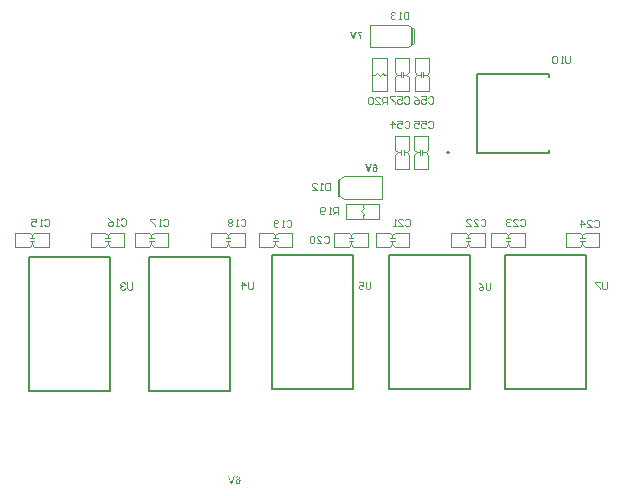
<source format=gbr>
%TF.GenerationSoftware,Altium Limited,Altium Designer,22.5.1 (42)*%
G04 Layer_Color=32896*
%FSLAX44Y44*%
%MOMM*%
%TF.SameCoordinates,89E13746-3D4A-4BC1-B2AC-D00D571BF165*%
%TF.FilePolarity,Positive*%
%TF.FileFunction,Legend,Bot*%
%TF.Part,Single*%
G01*
G75*
%TA.AperFunction,NonConductor*%
%ADD60C,0.2000*%
%ADD61C,0.1000*%
%ADD62C,0.1270*%
%ADD63C,0.1500*%
G36*
X3364Y180500D02*
X1969D01*
X-313Y186908D01*
X1072D01*
X2632Y182168D01*
X4261Y186908D01*
X5656D01*
X3364Y180500D01*
D02*
G37*
G36*
X10250Y185669D02*
X7470D01*
X7773Y185250D01*
X8046Y184821D01*
X8280Y184401D01*
X8387Y184206D01*
X8475Y184021D01*
X8563Y183846D01*
X8641Y183689D01*
X8699Y183543D01*
X8748Y183426D01*
X8787Y183328D01*
X8826Y183251D01*
X8836Y183211D01*
X8845Y183192D01*
X8933Y182938D01*
X9021Y182685D01*
X9089Y182431D01*
X9148Y182187D01*
X9197Y181963D01*
X9245Y181739D01*
X9284Y181524D01*
X9314Y181329D01*
X9333Y181154D01*
X9353Y180988D01*
X9372Y180851D01*
X9382Y180724D01*
Y180627D01*
X9392Y180558D01*
Y180520D01*
Y180500D01*
X8212D01*
X8202Y180822D01*
X8173Y181154D01*
X8134Y181475D01*
X8104Y181622D01*
X8075Y181768D01*
X8055Y181905D01*
X8026Y182031D01*
X8007Y182139D01*
X7977Y182236D01*
X7968Y182304D01*
X7948Y182363D01*
X7938Y182402D01*
Y182412D01*
X7821Y182812D01*
X7695Y183192D01*
X7626Y183368D01*
X7558Y183533D01*
X7490Y183689D01*
X7422Y183836D01*
X7363Y183972D01*
X7304Y184089D01*
X7256Y184197D01*
X7207Y184284D01*
X7168Y184353D01*
X7139Y184411D01*
X7129Y184440D01*
X7119Y184450D01*
X7022Y184626D01*
X6914Y184792D01*
X6817Y184938D01*
X6729Y185084D01*
X6631Y185211D01*
X6544Y185338D01*
X6466Y185445D01*
X6388Y185543D01*
X6319Y185630D01*
X6251Y185708D01*
X6192Y185777D01*
X6144Y185826D01*
X6105Y185865D01*
X6076Y185903D01*
X6066Y185913D01*
X6056Y185923D01*
Y186811D01*
X10250D01*
Y185669D01*
D02*
G37*
G36*
X20854Y74535D02*
X21040Y74515D01*
X21205Y74476D01*
X21371Y74428D01*
X21518Y74359D01*
X21654Y74301D01*
X21781Y74223D01*
X21898Y74155D01*
X22005Y74086D01*
X22093Y74008D01*
X22171Y73950D01*
X22239Y73891D01*
X22288Y73833D01*
X22327Y73794D01*
X22346Y73774D01*
X22356Y73764D01*
X22473Y73608D01*
X22571Y73433D01*
X22659Y73238D01*
X22727Y73043D01*
X22795Y72828D01*
X22844Y72613D01*
X22922Y72204D01*
X22942Y71999D01*
X22961Y71823D01*
X22980Y71648D01*
X22990Y71511D01*
X23000Y71385D01*
Y71297D01*
Y71238D01*
Y71228D01*
Y71219D01*
X22990Y70907D01*
X22971Y70624D01*
X22942Y70351D01*
X22903Y70107D01*
X22854Y69882D01*
X22805Y69687D01*
X22746Y69502D01*
X22688Y69346D01*
X22639Y69200D01*
X22581Y69083D01*
X22532Y68975D01*
X22483Y68897D01*
X22444Y68829D01*
X22415Y68790D01*
X22395Y68761D01*
X22385Y68751D01*
X22269Y68615D01*
X22142Y68507D01*
X22005Y68400D01*
X21869Y68322D01*
X21742Y68244D01*
X21605Y68185D01*
X21478Y68137D01*
X21352Y68098D01*
X21235Y68059D01*
X21127Y68039D01*
X21030Y68019D01*
X20952Y68010D01*
X20884D01*
X20825Y68000D01*
X20786D01*
X20620Y68010D01*
X20464Y68029D01*
X20318Y68059D01*
X20181Y68088D01*
X20045Y68137D01*
X19928Y68185D01*
X19811Y68234D01*
X19713Y68293D01*
X19625Y68351D01*
X19538Y68400D01*
X19469Y68449D01*
X19420Y68497D01*
X19372Y68527D01*
X19342Y68556D01*
X19323Y68576D01*
X19313Y68585D01*
X19206Y68702D01*
X19118Y68829D01*
X19040Y68956D01*
X18972Y69083D01*
X18913Y69219D01*
X18874Y69346D01*
X18796Y69600D01*
X18777Y69717D01*
X18757Y69824D01*
X18747Y69921D01*
X18738Y69999D01*
X18728Y70068D01*
Y70126D01*
Y70156D01*
Y70165D01*
X18738Y70331D01*
X18747Y70497D01*
X18777Y70653D01*
X18816Y70789D01*
X18855Y70926D01*
X18903Y71053D01*
X18952Y71170D01*
X19001Y71267D01*
X19060Y71365D01*
X19108Y71443D01*
X19157Y71511D01*
X19196Y71570D01*
X19235Y71619D01*
X19264Y71648D01*
X19274Y71667D01*
X19284Y71677D01*
X19391Y71784D01*
X19498Y71872D01*
X19606Y71950D01*
X19723Y72018D01*
X19830Y72077D01*
X19937Y72126D01*
X20142Y72194D01*
X20318Y72243D01*
X20396Y72253D01*
X20464Y72262D01*
X20513Y72272D01*
X20591D01*
X20718Y72262D01*
X20835Y72253D01*
X21059Y72184D01*
X21254Y72097D01*
X21420Y71999D01*
X21547Y71901D01*
X21654Y71814D01*
X21683Y71775D01*
X21713Y71745D01*
X21722Y71736D01*
X21732Y71726D01*
X21713Y71921D01*
X21693Y72106D01*
X21674Y72272D01*
X21654Y72418D01*
X21625Y72555D01*
X21595Y72672D01*
X21566Y72779D01*
X21537Y72867D01*
X21518Y72945D01*
X21488Y73013D01*
X21459Y73062D01*
X21439Y73111D01*
X21430Y73140D01*
X21410Y73160D01*
X21400Y73179D01*
X21293Y73296D01*
X21186Y73384D01*
X21069Y73443D01*
X20961Y73491D01*
X20874Y73511D01*
X20805Y73520D01*
X20757Y73530D01*
X20737D01*
X20630Y73520D01*
X20542Y73501D01*
X20464Y73472D01*
X20396Y73443D01*
X20337Y73413D01*
X20298Y73384D01*
X20279Y73365D01*
X20269Y73355D01*
X20201Y73286D01*
X20152Y73199D01*
X20113Y73111D01*
X20084Y73023D01*
X20064Y72945D01*
X20045Y72877D01*
X20035Y72838D01*
Y72818D01*
X18845Y72945D01*
X18913Y73218D01*
X19001Y73462D01*
X19099Y73667D01*
X19206Y73833D01*
X19303Y73969D01*
X19381Y74057D01*
X19440Y74116D01*
X19450Y74135D01*
X19459D01*
X19645Y74272D01*
X19850Y74369D01*
X20054Y74447D01*
X20240Y74496D01*
X20415Y74525D01*
X20484Y74535D01*
X20542D01*
X20601Y74545D01*
X20669D01*
X20854Y74535D01*
D02*
G37*
G36*
X16114Y68117D02*
X14719D01*
X12437Y74525D01*
X13822D01*
X15382Y69785D01*
X17011Y74525D01*
X18406D01*
X16114Y68117D01*
D02*
G37*
G36*
X-95117Y-189715D02*
X-94941Y-189735D01*
X-94775Y-189774D01*
X-94619Y-189822D01*
X-94473Y-189881D01*
X-94346Y-189939D01*
X-94219Y-190008D01*
X-94112Y-190076D01*
X-94014Y-190144D01*
X-93927Y-190212D01*
X-93858Y-190271D01*
X-93790Y-190330D01*
X-93741Y-190378D01*
X-93712Y-190417D01*
X-93693Y-190437D01*
X-93683Y-190447D01*
X-93566Y-190612D01*
X-93458Y-190807D01*
X-93371Y-191003D01*
X-93293Y-191227D01*
X-93224Y-191441D01*
X-93166Y-191666D01*
X-93117Y-191890D01*
X-93088Y-192115D01*
X-93059Y-192319D01*
X-93039Y-192514D01*
X-93020Y-192690D01*
X-93010Y-192846D01*
X-93000Y-192973D01*
Y-193070D01*
Y-193100D01*
Y-193129D01*
Y-193139D01*
Y-193148D01*
X-93010Y-193451D01*
X-93029Y-193724D01*
X-93059Y-193987D01*
X-93097Y-194221D01*
X-93146Y-194436D01*
X-93195Y-194631D01*
X-93254Y-194806D01*
X-93312Y-194963D01*
X-93361Y-195099D01*
X-93419Y-195216D01*
X-93468Y-195314D01*
X-93517Y-195392D01*
X-93556Y-195450D01*
X-93585Y-195489D01*
X-93605Y-195518D01*
X-93615Y-195528D01*
X-93731Y-195655D01*
X-93858Y-195762D01*
X-93995Y-195860D01*
X-94131Y-195948D01*
X-94268Y-196016D01*
X-94395Y-196074D01*
X-94531Y-196123D01*
X-94658Y-196162D01*
X-94775Y-196192D01*
X-94882Y-196211D01*
X-94980Y-196231D01*
X-95058Y-196240D01*
X-95126D01*
X-95185Y-196250D01*
X-95224D01*
X-95429Y-196240D01*
X-95624Y-196211D01*
X-95799Y-196162D01*
X-95955Y-196113D01*
X-96072Y-196065D01*
X-96170Y-196016D01*
X-96228Y-195987D01*
X-96248Y-195977D01*
X-96414Y-195860D01*
X-96550Y-195733D01*
X-96677Y-195606D01*
X-96784Y-195480D01*
X-96862Y-195362D01*
X-96921Y-195275D01*
X-96940Y-195236D01*
X-96960Y-195206D01*
X-96970Y-195197D01*
Y-195187D01*
X-97058Y-194992D01*
X-97126Y-194797D01*
X-97165Y-194602D01*
X-97204Y-194436D01*
X-97223Y-194280D01*
Y-194221D01*
X-97233Y-194163D01*
Y-194124D01*
Y-194095D01*
Y-194075D01*
Y-194065D01*
X-97223Y-193899D01*
X-97213Y-193734D01*
X-97184Y-193587D01*
X-97145Y-193441D01*
X-97106Y-193314D01*
X-97058Y-193187D01*
X-97009Y-193080D01*
X-96960Y-192973D01*
X-96901Y-192885D01*
X-96853Y-192807D01*
X-96804Y-192739D01*
X-96765Y-192680D01*
X-96726Y-192631D01*
X-96697Y-192602D01*
X-96687Y-192583D01*
X-96677Y-192573D01*
X-96570Y-192466D01*
X-96462Y-192378D01*
X-96346Y-192300D01*
X-96228Y-192232D01*
X-96121Y-192173D01*
X-96004Y-192134D01*
X-95799Y-192056D01*
X-95614Y-192017D01*
X-95536Y-192007D01*
X-95468Y-191997D01*
X-95409Y-191988D01*
X-95331D01*
X-95165Y-191997D01*
X-95009Y-192017D01*
X-94863Y-192056D01*
X-94736Y-192095D01*
X-94629Y-192134D01*
X-94541Y-192173D01*
X-94492Y-192192D01*
X-94473Y-192202D01*
X-94326Y-192290D01*
X-94190Y-192388D01*
X-94073Y-192495D01*
X-93975Y-192602D01*
X-93888Y-192700D01*
X-93829Y-192778D01*
X-93790Y-192826D01*
X-93780Y-192836D01*
Y-192670D01*
X-93790Y-192505D01*
X-93800Y-192349D01*
X-93809Y-192202D01*
X-93829Y-192076D01*
X-93849Y-191949D01*
X-93868Y-191841D01*
X-93888Y-191744D01*
X-93907Y-191656D01*
X-93927Y-191578D01*
X-93946Y-191510D01*
X-93966Y-191461D01*
X-93975Y-191422D01*
X-93985Y-191383D01*
X-93995Y-191373D01*
Y-191363D01*
X-94083Y-191178D01*
X-94180Y-191012D01*
X-94278Y-190876D01*
X-94375Y-190769D01*
X-94453Y-190681D01*
X-94522Y-190612D01*
X-94561Y-190573D01*
X-94580Y-190564D01*
X-94697Y-190495D01*
X-94804Y-190437D01*
X-94922Y-190398D01*
X-95029Y-190378D01*
X-95117Y-190359D01*
X-95185Y-190349D01*
X-95253D01*
X-95419Y-190359D01*
X-95575Y-190398D01*
X-95711Y-190456D01*
X-95829Y-190515D01*
X-95916Y-190583D01*
X-95985Y-190632D01*
X-96033Y-190671D01*
X-96043Y-190690D01*
X-96111Y-190778D01*
X-96170Y-190876D01*
X-96267Y-191100D01*
X-96297Y-191198D01*
X-96326Y-191276D01*
X-96346Y-191334D01*
Y-191344D01*
Y-191354D01*
X-97126Y-191295D01*
X-97077Y-191032D01*
X-96989Y-190798D01*
X-96901Y-190603D01*
X-96794Y-190437D01*
X-96697Y-190310D01*
X-96619Y-190212D01*
X-96560Y-190154D01*
X-96550Y-190135D01*
X-96540D01*
X-96443Y-190056D01*
X-96346Y-189988D01*
X-96141Y-189891D01*
X-95936Y-189813D01*
X-95741Y-189754D01*
X-95565Y-189725D01*
X-95487Y-189715D01*
X-95429D01*
X-95370Y-189705D01*
X-95302D01*
X-95117Y-189715D01*
D02*
G37*
G36*
X-100159Y-196143D02*
X-101027D01*
X-103534Y-189735D01*
X-102676D01*
X-100939Y-194387D01*
X-100871Y-194582D01*
X-100803Y-194777D01*
X-100744Y-194953D01*
X-100696Y-195109D01*
X-100657Y-195245D01*
X-100627Y-195353D01*
X-100618Y-195392D01*
X-100608Y-195421D01*
X-100598Y-195431D01*
Y-195441D01*
X-100491Y-195070D01*
X-100432Y-194894D01*
X-100374Y-194728D01*
X-100325Y-194592D01*
X-100296Y-194485D01*
X-100276Y-194446D01*
X-100266Y-194416D01*
X-100257Y-194397D01*
Y-194387D01*
X-98599Y-189735D01*
X-97672D01*
X-100159Y-196143D01*
D02*
G37*
%LPC*%
G36*
X20845Y71365D02*
X20786D01*
X20659Y71355D01*
X20542Y71316D01*
X20435Y71277D01*
X20347Y71219D01*
X20279Y71170D01*
X20220Y71121D01*
X20191Y71082D01*
X20181Y71072D01*
X20093Y70946D01*
X20035Y70809D01*
X19986Y70653D01*
X19957Y70507D01*
X19937Y70370D01*
X19928Y70263D01*
Y70214D01*
Y70185D01*
Y70165D01*
Y70156D01*
X19937Y69941D01*
X19967Y69756D01*
X20006Y69609D01*
X20045Y69482D01*
X20084Y69395D01*
X20123Y69327D01*
X20152Y69288D01*
X20162Y69278D01*
X20250Y69190D01*
X20347Y69122D01*
X20435Y69083D01*
X20532Y69044D01*
X20610Y69024D01*
X20669Y69014D01*
X20727D01*
X20854Y69024D01*
X20971Y69063D01*
X21079Y69112D01*
X21166Y69180D01*
X21244Y69239D01*
X21303Y69288D01*
X21342Y69327D01*
X21352Y69336D01*
X21439Y69473D01*
X21508Y69619D01*
X21556Y69775D01*
X21586Y69921D01*
X21605Y70058D01*
X21625Y70165D01*
Y70204D01*
Y70234D01*
Y70253D01*
Y70263D01*
X21615Y70458D01*
X21586Y70624D01*
X21547Y70760D01*
X21498Y70877D01*
X21459Y70965D01*
X21420Y71033D01*
X21391Y71072D01*
X21381Y71082D01*
X21283Y71180D01*
X21186Y71248D01*
X21088Y71297D01*
X20991Y71326D01*
X20913Y71355D01*
X20845Y71365D01*
D02*
G37*
G36*
X-95126Y-192680D02*
X-95175D01*
X-95370Y-192700D01*
X-95546Y-192739D01*
X-95702Y-192807D01*
X-95829Y-192875D01*
X-95936Y-192943D01*
X-96014Y-193012D01*
X-96053Y-193051D01*
X-96072Y-193070D01*
X-96189Y-193226D01*
X-96277Y-193392D01*
X-96336Y-193568D01*
X-96384Y-193734D01*
X-96404Y-193880D01*
X-96414Y-193948D01*
Y-194007D01*
X-96424Y-194046D01*
Y-194085D01*
Y-194104D01*
Y-194114D01*
X-96404Y-194358D01*
X-96365Y-194572D01*
X-96306Y-194767D01*
X-96248Y-194923D01*
X-96180Y-195041D01*
X-96121Y-195128D01*
X-96082Y-195187D01*
X-96063Y-195206D01*
X-95926Y-195343D01*
X-95780Y-195441D01*
X-95633Y-195509D01*
X-95507Y-195557D01*
X-95380Y-195587D01*
X-95292Y-195597D01*
X-95253Y-195606D01*
X-95204D01*
X-95077Y-195597D01*
X-94960Y-195577D01*
X-94843Y-195548D01*
X-94746Y-195509D01*
X-94668Y-195480D01*
X-94609Y-195450D01*
X-94561Y-195431D01*
X-94551Y-195421D01*
X-94444Y-195343D01*
X-94346Y-195245D01*
X-94268Y-195158D01*
X-94200Y-195060D01*
X-94141Y-194982D01*
X-94102Y-194914D01*
X-94083Y-194875D01*
X-94073Y-194855D01*
X-94014Y-194709D01*
X-93975Y-194572D01*
X-93946Y-194446D01*
X-93927Y-194319D01*
X-93917Y-194221D01*
X-93907Y-194143D01*
Y-194095D01*
Y-194075D01*
X-93927Y-193851D01*
X-93966Y-193655D01*
X-94024Y-193480D01*
X-94092Y-193334D01*
X-94161Y-193226D01*
X-94219Y-193139D01*
X-94258Y-193090D01*
X-94278Y-193070D01*
X-94424Y-192943D01*
X-94570Y-192846D01*
X-94726Y-192778D01*
X-94863Y-192729D01*
X-94990Y-192700D01*
X-95087Y-192690D01*
X-95126Y-192680D01*
D02*
G37*
%LPD*%
D60*
X83900Y84550D02*
G03*
X83900Y84550I-1000J0D01*
G01*
X-203500Y-117500D02*
Y-4250D01*
X-272500D02*
X-203500D01*
X-272500Y-117500D02*
Y-4250D01*
X-220938Y-117500D02*
X-203500D01*
X-272500D02*
X-220938D01*
X-101500Y-117500D02*
Y-4250D01*
X-170500D02*
X-101500D01*
X-170500Y-117500D02*
Y-4250D01*
X-118938Y-117500D02*
X-101500D01*
X-170500D02*
X-118938D01*
X-66760Y-115395D02*
X-15197D01*
X2240D01*
X-66760D02*
Y-2145D01*
X2240D01*
Y-115395D02*
Y-2145D01*
X101500Y-115500D02*
Y-2250D01*
X32500D02*
X101500D01*
X32500Y-115500D02*
Y-2250D01*
X84062Y-115500D02*
X101500D01*
X32500D02*
X84062D01*
X199500D02*
Y-2250D01*
X130500D02*
X199500D01*
X130500Y-115500D02*
Y-2250D01*
X182063Y-115500D02*
X199500D01*
X130500D02*
X182063D01*
D61*
X61000Y82750D02*
Y86750D01*
X59000Y82750D02*
Y86750D01*
X61000Y84750D02*
X64000D01*
X56000D02*
X59000D01*
X54000Y86750D02*
Y98850D01*
Y86750D02*
X56000Y84750D01*
X54000Y82750D02*
X56000Y84750D01*
X54000Y70650D02*
Y82750D01*
Y70650D02*
X66000D01*
Y82750D01*
X64000Y84750D02*
X66000Y82750D01*
X64000Y84750D02*
X66000Y86750D01*
Y98850D01*
X54000D02*
X66000D01*
X31000Y136500D02*
Y164500D01*
X18500Y136500D02*
X31000D01*
X28560Y150500D02*
X31000D01*
X27290Y151770D02*
X28560Y150500D01*
X24750Y149230D02*
X27290Y151770D01*
X22210D02*
X24750Y149230D01*
X20940Y150500D02*
X22210Y151770D01*
X18500Y150500D02*
X20940D01*
X18500Y136500D02*
Y164500D01*
X31000D01*
X42500Y148500D02*
Y152500D01*
X44500Y148500D02*
Y152500D01*
X39500Y150500D02*
X42500D01*
X44500D02*
X47500D01*
X49500Y136400D02*
Y148500D01*
X47500Y150500D02*
X49500Y148500D01*
X47500Y150500D02*
X49500Y152500D01*
Y164600D01*
X37500D02*
X49500D01*
X37500Y152500D02*
Y164600D01*
Y152500D02*
X39500Y150500D01*
X37500Y148500D02*
X39500Y150500D01*
X37500Y136400D02*
Y148500D01*
Y136400D02*
X49500D01*
X59500Y148500D02*
Y152500D01*
X61500Y148500D02*
Y152500D01*
X56500Y150500D02*
X59500D01*
X61500D02*
X64500D01*
X66500Y136400D02*
Y148500D01*
X64500Y150500D02*
X66500Y148500D01*
X64500Y150500D02*
X66500Y152500D01*
Y164600D01*
X54500D02*
X66500D01*
X54500Y152500D02*
Y164600D01*
Y152500D02*
X56500Y150500D01*
X54500Y148500D02*
X56500Y150500D01*
X54500Y136400D02*
Y148500D01*
Y136400D02*
X66500D01*
X38000Y98850D02*
X50000D01*
Y86750D02*
Y98850D01*
X48000Y84750D02*
X50000Y86750D01*
X48000Y84750D02*
X50000Y82750D01*
Y70650D02*
Y82750D01*
X38000Y70650D02*
X50000D01*
X38000D02*
Y82750D01*
X40000Y84750D01*
X38000Y86750D02*
X40000Y84750D01*
X38000Y86750D02*
Y98850D01*
X40000Y84750D02*
X43000D01*
X45000D02*
X48000D01*
X43000Y82750D02*
Y86750D01*
X45000Y82750D02*
Y86750D01*
X182400Y4750D02*
Y16750D01*
X194500D01*
X196500Y14750D01*
X198500Y16750D01*
X210600D01*
Y4750D02*
Y16750D01*
X198500Y4750D02*
X210600D01*
X196500Y6750D02*
X198500Y4750D01*
X194500D02*
X196500Y6750D01*
X182400Y4750D02*
X194500D01*
X196500Y6750D02*
Y9750D01*
Y11750D02*
Y14750D01*
X194500Y9750D02*
X198500D01*
X194500Y11750D02*
X198500D01*
X131500Y9750D02*
X135500D01*
X131500Y11750D02*
X135500D01*
X133500Y6750D02*
Y9750D01*
Y11750D02*
Y14750D01*
X135500Y16750D02*
X147600D01*
X133500Y14750D02*
X135500Y16750D01*
X131500D02*
X133500Y14750D01*
X119400Y16750D02*
X131500D01*
X119400Y4750D02*
Y16750D01*
Y4750D02*
X131500D01*
X133500Y6750D01*
X135500Y4750D01*
X147600D01*
Y16750D01*
X97500Y11750D02*
X101500D01*
X97500Y9750D02*
X101500D01*
X99500Y11750D02*
Y14750D01*
Y6750D02*
Y9750D01*
X85400Y4750D02*
X97500D01*
X99500Y6750D01*
X101500Y4750D01*
X113600D01*
Y16750D01*
X101500D02*
X113600D01*
X99500Y14750D02*
X101500Y16750D01*
X97500D02*
X99500Y14750D01*
X85400Y16750D02*
X97500D01*
X85400Y4750D02*
Y16750D01*
X33500Y9750D02*
X37500D01*
X33500Y11750D02*
X37500D01*
X35500Y6750D02*
Y9750D01*
Y11750D02*
Y14750D01*
X37500Y16750D02*
X49600D01*
X35500Y14750D02*
X37500Y16750D01*
X33500D02*
X35500Y14750D01*
X21400Y16750D02*
X33500D01*
X21400Y4750D02*
Y16750D01*
Y4750D02*
X33500D01*
X35500Y6750D01*
X37500Y4750D01*
X49600D01*
Y16750D01*
X-1500Y11750D02*
X2500D01*
X-1500Y9750D02*
X2500D01*
X500Y11750D02*
Y14750D01*
Y6750D02*
Y9750D01*
X-13600Y4750D02*
X-1500D01*
X500Y6750D01*
X2500Y4750D01*
X14600D01*
Y16750D01*
X2500D02*
X14600D01*
X500Y14750D02*
X2500Y16750D01*
X-1500D02*
X500Y14750D01*
X-13600Y16750D02*
X-1500D01*
X-13600Y4750D02*
Y16750D01*
X-65500Y9750D02*
X-61500D01*
X-65500Y11750D02*
X-61500D01*
X-63500Y6750D02*
Y9750D01*
Y11750D02*
Y14750D01*
X-61500Y16750D02*
X-49400D01*
X-63500Y14750D02*
X-61500Y16750D01*
X-65500D02*
X-63500Y14750D01*
X-77600Y16750D02*
X-65500D01*
X-77600Y4750D02*
Y16750D01*
Y4750D02*
X-65500D01*
X-63500Y6750D01*
X-61500Y4750D01*
X-49400D01*
Y16750D01*
X-105500Y11750D02*
X-101500D01*
X-105500Y9750D02*
X-101500D01*
X-103500Y11750D02*
Y14750D01*
Y6750D02*
Y9750D01*
X-117600Y4750D02*
X-105500D01*
X-103500Y6750D01*
X-101500Y4750D01*
X-89400D01*
Y16750D01*
X-101500D02*
X-89400D01*
X-103500Y14750D02*
X-101500Y16750D01*
X-105500D02*
X-103500Y14750D01*
X-117600Y16750D02*
X-105500D01*
X-117600Y4750D02*
Y16750D01*
X-170500Y9750D02*
X-166500D01*
X-170500Y11750D02*
X-166500D01*
X-168500Y6750D02*
Y9750D01*
Y11750D02*
Y14750D01*
X-166500Y16750D02*
X-154400D01*
X-168500Y14750D02*
X-166500Y16750D01*
X-170500D02*
X-168500Y14750D01*
X-182600Y16750D02*
X-170500D01*
X-182600Y4750D02*
Y16750D01*
Y4750D02*
X-170500D01*
X-168500Y6750D01*
X-166500Y4750D01*
X-154400D01*
Y16750D01*
X-207500Y11750D02*
X-203500D01*
X-207500Y9750D02*
X-203500D01*
X-205500Y11750D02*
Y14750D01*
Y6750D02*
Y9750D01*
X-219600Y4750D02*
X-207500D01*
X-205500Y6750D01*
X-203500Y4750D01*
X-191400D01*
Y16750D01*
X-203500D02*
X-191400D01*
X-205500Y14750D02*
X-203500Y16750D01*
X-207500D02*
X-205500Y14750D01*
X-219600Y16750D02*
X-207500D01*
X-219600Y4750D02*
Y16750D01*
X-255400Y4750D02*
Y16750D01*
X-267500Y4750D02*
X-255400D01*
X-269500Y6750D02*
X-267500Y4750D01*
X-271500D02*
X-269500Y6750D01*
X-283600Y4750D02*
X-271500D01*
X-283600D02*
Y16750D01*
X-271500D01*
X-269500Y14750D01*
X-267500Y16750D01*
X-255400D01*
X-269500Y11750D02*
Y14750D01*
Y6750D02*
Y9750D01*
X-271500Y11750D02*
X-267500D01*
X-271500Y9750D02*
X-267500D01*
X-3500Y28500D02*
X24500D01*
X-3500D02*
Y41000D01*
X10500Y28500D02*
Y30940D01*
X11770Y32210D01*
X9230Y34750D02*
X11770Y32210D01*
X9230Y34750D02*
X11770Y37290D01*
X10500Y38560D02*
X11770Y37290D01*
X10500Y38560D02*
Y41000D01*
X-3500D02*
X24500D01*
Y28500D02*
Y41000D01*
X-5625Y64250D02*
X26500D01*
Y45250D02*
Y64250D01*
X-10500Y61000D02*
X-5625Y64250D01*
Y45250D02*
X26500D01*
X-10500Y48500D02*
X-5625Y45250D01*
X-10500Y48500D02*
Y61000D01*
X16500Y173750D02*
X48625D01*
X16500D02*
Y192750D01*
X48625Y173750D02*
X53500Y177000D01*
X16500Y192750D02*
X48625D01*
X53500Y189500D01*
Y177000D02*
Y189500D01*
X-184752Y-25501D02*
Y-30499D01*
X-185751Y-31499D01*
X-187751D01*
X-188750Y-30499D01*
Y-25501D01*
X-190750Y-26501D02*
X-191749Y-25501D01*
X-193749D01*
X-194748Y-26501D01*
Y-27500D01*
X-193749Y-28500D01*
X-192749D01*
X-193749D01*
X-194748Y-29500D01*
Y-30499D01*
X-193749Y-31499D01*
X-191749D01*
X-190750Y-30499D01*
X-82752Y-25001D02*
Y-29999D01*
X-83751Y-30999D01*
X-85751D01*
X-86750Y-29999D01*
Y-25001D01*
X-91749Y-30999D02*
Y-25001D01*
X-88750Y-28000D01*
X-92748D01*
X16998Y-25251D02*
Y-30249D01*
X15999Y-31249D01*
X13999D01*
X13000Y-30249D01*
Y-25251D01*
X7002D02*
X11000D01*
Y-28250D01*
X9001Y-27250D01*
X8001D01*
X7002Y-28250D01*
Y-30249D01*
X8001Y-31249D01*
X10001D01*
X11000Y-30249D01*
X118498Y-26001D02*
Y-30999D01*
X117499Y-31999D01*
X115499D01*
X114500Y-30999D01*
Y-26001D01*
X108502D02*
X110501Y-27001D01*
X112500Y-29000D01*
Y-30999D01*
X111501Y-31999D01*
X109501D01*
X108502Y-30999D01*
Y-30000D01*
X109501Y-29000D01*
X112500D01*
X217248Y-25251D02*
Y-30249D01*
X216249Y-31249D01*
X214249D01*
X213250Y-30249D01*
Y-25251D01*
X211250D02*
X207252D01*
Y-26251D01*
X211250Y-30249D01*
Y-31249D01*
X65999Y110499D02*
X66998Y111499D01*
X68998D01*
X69997Y110499D01*
Y106501D01*
X68998Y105501D01*
X66998D01*
X65999Y106501D01*
X60001Y111499D02*
X63999D01*
Y108500D01*
X62000Y109500D01*
X61000D01*
X60001Y108500D01*
Y106501D01*
X61000Y105501D01*
X63000D01*
X63999Y106501D01*
X54003Y111499D02*
X58001D01*
Y108500D01*
X56002Y109500D01*
X55002D01*
X54003Y108500D01*
Y106501D01*
X55002Y105501D01*
X57002D01*
X58001Y106501D01*
X30747Y125501D02*
Y131499D01*
X27748D01*
X26749Y130499D01*
Y128500D01*
X27748Y127500D01*
X30747D01*
X28748D02*
X26749Y125501D01*
X20751D02*
X24749D01*
X20751Y129500D01*
Y130499D01*
X21750Y131499D01*
X23750D01*
X24749Y130499D01*
X18751D02*
X17752Y131499D01*
X15752D01*
X14753Y130499D01*
Y126501D01*
X15752Y125501D01*
X17752D01*
X18751Y126501D01*
Y130499D01*
X45499Y130999D02*
X46498Y131999D01*
X48498D01*
X49497Y130999D01*
Y127001D01*
X48498Y126001D01*
X46498D01*
X45499Y127001D01*
X39501Y131999D02*
X43499D01*
Y129000D01*
X41500Y130000D01*
X40500D01*
X39501Y129000D01*
Y127001D01*
X40500Y126001D01*
X42500D01*
X43499Y127001D01*
X37501Y131999D02*
X33503D01*
Y130999D01*
X37501Y127001D01*
Y126001D01*
X65999Y130999D02*
X66998Y131999D01*
X68998D01*
X69997Y130999D01*
Y127001D01*
X68998Y126001D01*
X66998D01*
X65999Y127001D01*
X60001Y131999D02*
X63999D01*
Y129000D01*
X62000Y130000D01*
X61000D01*
X60001Y129000D01*
Y127001D01*
X61000Y126001D01*
X63000D01*
X63999Y127001D01*
X54003Y131999D02*
X56002Y130999D01*
X58001Y129000D01*
Y127001D01*
X57002Y126001D01*
X55002D01*
X54003Y127001D01*
Y128000D01*
X55002Y129000D01*
X58001D01*
X186036Y166180D02*
Y161182D01*
X185036Y160182D01*
X183037D01*
X182037Y161182D01*
Y166180D01*
X180038Y160182D02*
X178039D01*
X179038D01*
Y166180D01*
X180038Y165180D01*
X175040D02*
X174040Y166180D01*
X172041D01*
X171041Y165180D01*
Y161182D01*
X172041Y160182D01*
X174040D01*
X175040Y161182D01*
Y165180D01*
X45893Y110316D02*
X46893Y111316D01*
X48892D01*
X49892Y110316D01*
Y106318D01*
X48892Y105318D01*
X46893D01*
X45893Y106318D01*
X39895Y111316D02*
X43894D01*
Y108317D01*
X41895Y109317D01*
X40895D01*
X39895Y108317D01*
Y106318D01*
X40895Y105318D01*
X42894D01*
X43894Y106318D01*
X34897Y105318D02*
Y111316D01*
X37896Y108317D01*
X33897D01*
X206499Y26249D02*
X207498Y27249D01*
X209498D01*
X210497Y26249D01*
Y22251D01*
X209498Y21251D01*
X207498D01*
X206499Y22251D01*
X200501Y21251D02*
X204499D01*
X200501Y25250D01*
Y26249D01*
X201500Y27249D01*
X203500D01*
X204499Y26249D01*
X195502Y21251D02*
Y27249D01*
X198501Y24250D01*
X194503D01*
X110249Y27499D02*
X111248Y28499D01*
X113248D01*
X114247Y27499D01*
Y23501D01*
X113248Y22501D01*
X111248D01*
X110249Y23501D01*
X104251Y22501D02*
X108249D01*
X104251Y26500D01*
Y27499D01*
X105250Y28499D01*
X107250D01*
X108249Y27499D01*
X98253Y22501D02*
X102251D01*
X98253Y26500D01*
Y27499D01*
X99252Y28499D01*
X101252D01*
X102251Y27499D01*
X-22501Y12999D02*
X-21502Y13999D01*
X-19502D01*
X-18503Y12999D01*
Y9001D01*
X-19502Y8001D01*
X-21502D01*
X-22501Y9001D01*
X-28499Y8001D02*
X-24501D01*
X-28499Y12000D01*
Y12999D01*
X-27500Y13999D01*
X-25500D01*
X-24501Y12999D01*
X-30499D02*
X-31498Y13999D01*
X-33498D01*
X-34497Y12999D01*
Y9001D01*
X-33498Y8001D01*
X-31498D01*
X-30499Y9001D01*
Y12999D01*
X-93001Y27249D02*
X-92001Y28249D01*
X-90002D01*
X-89003Y27249D01*
Y23251D01*
X-90002Y22251D01*
X-92001D01*
X-93001Y23251D01*
X-95000Y22251D02*
X-97000D01*
X-96000D01*
Y28249D01*
X-95000Y27249D01*
X-99999D02*
X-100999Y28249D01*
X-102998D01*
X-103998Y27249D01*
Y26250D01*
X-102998Y25250D01*
X-103998Y24250D01*
Y23251D01*
X-102998Y22251D01*
X-100999D01*
X-99999Y23251D01*
Y24250D01*
X-100999Y25250D01*
X-99999Y26250D01*
Y27249D01*
X-100999Y25250D02*
X-102998D01*
X-194251Y27749D02*
X-193251Y28749D01*
X-191252D01*
X-190252Y27749D01*
Y23751D01*
X-191252Y22751D01*
X-193251D01*
X-194251Y23751D01*
X-196250Y22751D02*
X-198250D01*
X-197250D01*
Y28749D01*
X-196250Y27749D01*
X-205248Y28749D02*
X-203248Y27749D01*
X-201249Y25750D01*
Y23751D01*
X-202248Y22751D01*
X-204248D01*
X-205248Y23751D01*
Y24750D01*
X-204248Y25750D01*
X-201249D01*
X-10502Y32251D02*
Y38249D01*
X-13501D01*
X-14501Y37249D01*
Y35250D01*
X-13501Y34250D01*
X-10502D01*
X-12502D02*
X-14501Y32251D01*
X-16501D02*
X-18500D01*
X-17500D01*
Y38249D01*
X-16501Y37249D01*
X-21499Y33251D02*
X-22499Y32251D01*
X-24498D01*
X-25498Y33251D01*
Y37249D01*
X-24498Y38249D01*
X-22499D01*
X-21499Y37249D01*
Y36250D01*
X-22499Y35250D01*
X-25498D01*
X48998Y203749D02*
Y197751D01*
X45999D01*
X44999Y198751D01*
Y202749D01*
X45999Y203749D01*
X48998D01*
X43000Y197751D02*
X41000D01*
X42000D01*
Y203749D01*
X43000Y202749D01*
X38001D02*
X37001Y203749D01*
X35002D01*
X34002Y202749D01*
Y201750D01*
X35002Y200750D01*
X36002D01*
X35002D01*
X34002Y199750D01*
Y198751D01*
X35002Y197751D01*
X37001D01*
X38001Y198751D01*
X-17502Y58499D02*
Y52501D01*
X-20501D01*
X-21501Y53501D01*
Y57499D01*
X-20501Y58499D01*
X-17502D01*
X-23500Y52501D02*
X-25500D01*
X-24500D01*
Y58499D01*
X-23500Y57499D01*
X-32498Y52501D02*
X-28499D01*
X-32498Y56500D01*
Y57499D01*
X-31498Y58499D01*
X-29499D01*
X-28499Y57499D01*
X143999Y27499D02*
X144998Y28499D01*
X146998D01*
X147997Y27499D01*
Y23501D01*
X146998Y22501D01*
X144998D01*
X143999Y23501D01*
X138001Y22501D02*
X141999D01*
X138001Y26500D01*
Y27499D01*
X139000Y28499D01*
X141000D01*
X141999Y27499D01*
X136001D02*
X135002Y28499D01*
X133002D01*
X132003Y27499D01*
Y26500D01*
X133002Y25500D01*
X134002D01*
X133002D01*
X132003Y24500D01*
Y23501D01*
X133002Y22501D01*
X135002D01*
X136001Y23501D01*
X46499Y27249D02*
X47499Y28249D01*
X49498D01*
X50498Y27249D01*
Y23251D01*
X49498Y22251D01*
X47499D01*
X46499Y23251D01*
X40501Y22251D02*
X44500D01*
X40501Y26250D01*
Y27249D01*
X41501Y28249D01*
X43500D01*
X44500Y27249D01*
X38502Y22251D02*
X36502D01*
X37502D01*
Y28249D01*
X38502Y27249D01*
X-54001Y26749D02*
X-53001Y27749D01*
X-51002D01*
X-50002Y26749D01*
Y22751D01*
X-51002Y21751D01*
X-53001D01*
X-54001Y22751D01*
X-56000Y21751D02*
X-58000D01*
X-57000D01*
Y27749D01*
X-56000Y26749D01*
X-60999Y22751D02*
X-61999Y21751D01*
X-63998D01*
X-64998Y22751D01*
Y26749D01*
X-63998Y27749D01*
X-61999D01*
X-60999Y26749D01*
Y25750D01*
X-61999Y24750D01*
X-64998D01*
X-158251Y27249D02*
X-157252Y28249D01*
X-155252D01*
X-154252Y27249D01*
Y23251D01*
X-155252Y22251D01*
X-157252D01*
X-158251Y23251D01*
X-160250Y22251D02*
X-162250D01*
X-161250D01*
Y28249D01*
X-160250Y27249D01*
X-165249Y28249D02*
X-169248D01*
Y27249D01*
X-165249Y23251D01*
Y22251D01*
X-259001Y27499D02*
X-258001Y28499D01*
X-256002D01*
X-255002Y27499D01*
Y23501D01*
X-256002Y22501D01*
X-258001D01*
X-259001Y23501D01*
X-261000Y22501D02*
X-263000D01*
X-262000D01*
Y28499D01*
X-261000Y27499D01*
X-269998Y28499D02*
X-265999D01*
Y25500D01*
X-267998Y26500D01*
X-268998D01*
X-269998Y25500D01*
Y23501D01*
X-268998Y22501D01*
X-266999D01*
X-265999Y23501D01*
D62*
X167850Y148770D02*
Y151250D01*
X106850D02*
X167850D01*
X106850Y83850D02*
Y151250D01*
Y83850D02*
X167850D01*
Y86330D01*
D63*
X-9500Y48150D02*
Y61350D01*
X52500Y176650D02*
Y189850D01*
%TF.MD5,38b3e1fd78e4de1da54193f9fed31fbe*%
M02*

</source>
